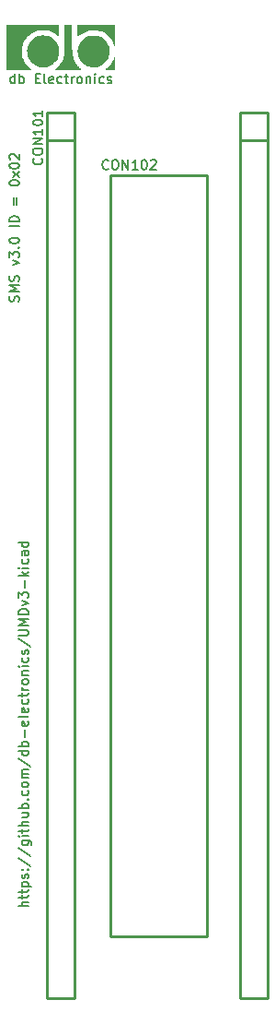
<source format=gto>
G04 #@! TF.GenerationSoftware,KiCad,Pcbnew,7.0.8*
G04 #@! TF.CreationDate,2023-12-20T13:31:54-05:00*
G04 #@! TF.ProjectId,sms-umd,736d732d-756d-4642-9e6b-696361645f70,3.0*
G04 #@! TF.SameCoordinates,PX7c25018PY8f85f18*
G04 #@! TF.FileFunction,Legend,Top*
G04 #@! TF.FilePolarity,Positive*
%FSLAX46Y46*%
G04 Gerber Fmt 4.6, Leading zero omitted, Abs format (unit mm)*
G04 Created by KiCad (PCBNEW 7.0.8) date 2023-12-20 13:31:54*
%MOMM*%
%LPD*%
G01*
G04 APERTURE LIST*
%ADD10C,0.203200*%
%ADD11C,0.010000*%
%ADD12C,0.254000*%
G04 APERTURE END LIST*
D10*
X1532467Y88423098D02*
X1532467Y89312098D01*
X1532467Y88465431D02*
X1447801Y88423098D01*
X1447801Y88423098D02*
X1278467Y88423098D01*
X1278467Y88423098D02*
X1193801Y88465431D01*
X1193801Y88465431D02*
X1151467Y88507765D01*
X1151467Y88507765D02*
X1109134Y88592431D01*
X1109134Y88592431D02*
X1109134Y88846431D01*
X1109134Y88846431D02*
X1151467Y88931098D01*
X1151467Y88931098D02*
X1193801Y88973431D01*
X1193801Y88973431D02*
X1278467Y89015765D01*
X1278467Y89015765D02*
X1447801Y89015765D01*
X1447801Y89015765D02*
X1532467Y88973431D01*
X1955800Y88423098D02*
X1955800Y89312098D01*
X1955800Y88973431D02*
X2040467Y89015765D01*
X2040467Y89015765D02*
X2209800Y89015765D01*
X2209800Y89015765D02*
X2294467Y88973431D01*
X2294467Y88973431D02*
X2336800Y88931098D01*
X2336800Y88931098D02*
X2379134Y88846431D01*
X2379134Y88846431D02*
X2379134Y88592431D01*
X2379134Y88592431D02*
X2336800Y88507765D01*
X2336800Y88507765D02*
X2294467Y88465431D01*
X2294467Y88465431D02*
X2209800Y88423098D01*
X2209800Y88423098D02*
X2040467Y88423098D01*
X2040467Y88423098D02*
X1955800Y88465431D01*
X3437466Y88888765D02*
X3733800Y88888765D01*
X3860800Y88423098D02*
X3437466Y88423098D01*
X3437466Y88423098D02*
X3437466Y89312098D01*
X3437466Y89312098D02*
X3860800Y89312098D01*
X4368799Y88423098D02*
X4284133Y88465431D01*
X4284133Y88465431D02*
X4241799Y88550098D01*
X4241799Y88550098D02*
X4241799Y89312098D01*
X5046133Y88465431D02*
X4961466Y88423098D01*
X4961466Y88423098D02*
X4792133Y88423098D01*
X4792133Y88423098D02*
X4707466Y88465431D01*
X4707466Y88465431D02*
X4665133Y88550098D01*
X4665133Y88550098D02*
X4665133Y88888765D01*
X4665133Y88888765D02*
X4707466Y88973431D01*
X4707466Y88973431D02*
X4792133Y89015765D01*
X4792133Y89015765D02*
X4961466Y89015765D01*
X4961466Y89015765D02*
X5046133Y88973431D01*
X5046133Y88973431D02*
X5088466Y88888765D01*
X5088466Y88888765D02*
X5088466Y88804098D01*
X5088466Y88804098D02*
X4665133Y88719431D01*
X5850466Y88465431D02*
X5765800Y88423098D01*
X5765800Y88423098D02*
X5596466Y88423098D01*
X5596466Y88423098D02*
X5511800Y88465431D01*
X5511800Y88465431D02*
X5469466Y88507765D01*
X5469466Y88507765D02*
X5427133Y88592431D01*
X5427133Y88592431D02*
X5427133Y88846431D01*
X5427133Y88846431D02*
X5469466Y88931098D01*
X5469466Y88931098D02*
X5511800Y88973431D01*
X5511800Y88973431D02*
X5596466Y89015765D01*
X5596466Y89015765D02*
X5765800Y89015765D01*
X5765800Y89015765D02*
X5850466Y88973431D01*
X6104466Y89015765D02*
X6443133Y89015765D01*
X6231466Y89312098D02*
X6231466Y88550098D01*
X6231466Y88550098D02*
X6273800Y88465431D01*
X6273800Y88465431D02*
X6358466Y88423098D01*
X6358466Y88423098D02*
X6443133Y88423098D01*
X6739466Y88423098D02*
X6739466Y89015765D01*
X6739466Y88846431D02*
X6781800Y88931098D01*
X6781800Y88931098D02*
X6824133Y88973431D01*
X6824133Y88973431D02*
X6908800Y89015765D01*
X6908800Y89015765D02*
X6993466Y89015765D01*
X7416799Y88423098D02*
X7332133Y88465431D01*
X7332133Y88465431D02*
X7289799Y88507765D01*
X7289799Y88507765D02*
X7247466Y88592431D01*
X7247466Y88592431D02*
X7247466Y88846431D01*
X7247466Y88846431D02*
X7289799Y88931098D01*
X7289799Y88931098D02*
X7332133Y88973431D01*
X7332133Y88973431D02*
X7416799Y89015765D01*
X7416799Y89015765D02*
X7543799Y89015765D01*
X7543799Y89015765D02*
X7628466Y88973431D01*
X7628466Y88973431D02*
X7670799Y88931098D01*
X7670799Y88931098D02*
X7713133Y88846431D01*
X7713133Y88846431D02*
X7713133Y88592431D01*
X7713133Y88592431D02*
X7670799Y88507765D01*
X7670799Y88507765D02*
X7628466Y88465431D01*
X7628466Y88465431D02*
X7543799Y88423098D01*
X7543799Y88423098D02*
X7416799Y88423098D01*
X8094132Y89015765D02*
X8094132Y88423098D01*
X8094132Y88931098D02*
X8136466Y88973431D01*
X8136466Y88973431D02*
X8221132Y89015765D01*
X8221132Y89015765D02*
X8348132Y89015765D01*
X8348132Y89015765D02*
X8432799Y88973431D01*
X8432799Y88973431D02*
X8475132Y88888765D01*
X8475132Y88888765D02*
X8475132Y88423098D01*
X8898465Y88423098D02*
X8898465Y89015765D01*
X8898465Y89312098D02*
X8856132Y89269765D01*
X8856132Y89269765D02*
X8898465Y89227431D01*
X8898465Y89227431D02*
X8940799Y89269765D01*
X8940799Y89269765D02*
X8898465Y89312098D01*
X8898465Y89312098D02*
X8898465Y89227431D01*
X9702798Y88465431D02*
X9618132Y88423098D01*
X9618132Y88423098D02*
X9448798Y88423098D01*
X9448798Y88423098D02*
X9364132Y88465431D01*
X9364132Y88465431D02*
X9321798Y88507765D01*
X9321798Y88507765D02*
X9279465Y88592431D01*
X9279465Y88592431D02*
X9279465Y88846431D01*
X9279465Y88846431D02*
X9321798Y88931098D01*
X9321798Y88931098D02*
X9364132Y88973431D01*
X9364132Y88973431D02*
X9448798Y89015765D01*
X9448798Y89015765D02*
X9618132Y89015765D01*
X9618132Y89015765D02*
X9702798Y88973431D01*
X10041465Y88465431D02*
X10126132Y88423098D01*
X10126132Y88423098D02*
X10295465Y88423098D01*
X10295465Y88423098D02*
X10380132Y88465431D01*
X10380132Y88465431D02*
X10422465Y88550098D01*
X10422465Y88550098D02*
X10422465Y88592431D01*
X10422465Y88592431D02*
X10380132Y88677098D01*
X10380132Y88677098D02*
X10295465Y88719431D01*
X10295465Y88719431D02*
X10168465Y88719431D01*
X10168465Y88719431D02*
X10083798Y88761765D01*
X10083798Y88761765D02*
X10041465Y88846431D01*
X10041465Y88846431D02*
X10041465Y88888765D01*
X10041465Y88888765D02*
X10083798Y88973431D01*
X10083798Y88973431D02*
X10168465Y89015765D01*
X10168465Y89015765D02*
X10295465Y89015765D01*
X10295465Y89015765D02*
X10380132Y88973431D01*
X1882369Y68410667D02*
X1924702Y68537667D01*
X1924702Y68537667D02*
X1924702Y68749333D01*
X1924702Y68749333D02*
X1882369Y68834000D01*
X1882369Y68834000D02*
X1840035Y68876333D01*
X1840035Y68876333D02*
X1755369Y68918667D01*
X1755369Y68918667D02*
X1670702Y68918667D01*
X1670702Y68918667D02*
X1586035Y68876333D01*
X1586035Y68876333D02*
X1543702Y68834000D01*
X1543702Y68834000D02*
X1501369Y68749333D01*
X1501369Y68749333D02*
X1459035Y68580000D01*
X1459035Y68580000D02*
X1416702Y68495333D01*
X1416702Y68495333D02*
X1374369Y68453000D01*
X1374369Y68453000D02*
X1289702Y68410667D01*
X1289702Y68410667D02*
X1205035Y68410667D01*
X1205035Y68410667D02*
X1120369Y68453000D01*
X1120369Y68453000D02*
X1078035Y68495333D01*
X1078035Y68495333D02*
X1035702Y68580000D01*
X1035702Y68580000D02*
X1035702Y68791667D01*
X1035702Y68791667D02*
X1078035Y68918667D01*
X1924702Y69299667D02*
X1035702Y69299667D01*
X1035702Y69299667D02*
X1670702Y69596000D01*
X1670702Y69596000D02*
X1035702Y69892334D01*
X1035702Y69892334D02*
X1924702Y69892334D01*
X1882369Y70273334D02*
X1924702Y70400334D01*
X1924702Y70400334D02*
X1924702Y70612000D01*
X1924702Y70612000D02*
X1882369Y70696667D01*
X1882369Y70696667D02*
X1840035Y70739000D01*
X1840035Y70739000D02*
X1755369Y70781334D01*
X1755369Y70781334D02*
X1670702Y70781334D01*
X1670702Y70781334D02*
X1586035Y70739000D01*
X1586035Y70739000D02*
X1543702Y70696667D01*
X1543702Y70696667D02*
X1501369Y70612000D01*
X1501369Y70612000D02*
X1459035Y70442667D01*
X1459035Y70442667D02*
X1416702Y70358000D01*
X1416702Y70358000D02*
X1374369Y70315667D01*
X1374369Y70315667D02*
X1289702Y70273334D01*
X1289702Y70273334D02*
X1205035Y70273334D01*
X1205035Y70273334D02*
X1120369Y70315667D01*
X1120369Y70315667D02*
X1078035Y70358000D01*
X1078035Y70358000D02*
X1035702Y70442667D01*
X1035702Y70442667D02*
X1035702Y70654334D01*
X1035702Y70654334D02*
X1078035Y70781334D01*
X1332035Y71755000D02*
X1924702Y71966667D01*
X1924702Y71966667D02*
X1332035Y72178334D01*
X1035702Y72432333D02*
X1035702Y72982667D01*
X1035702Y72982667D02*
X1374369Y72686333D01*
X1374369Y72686333D02*
X1374369Y72813333D01*
X1374369Y72813333D02*
X1416702Y72898000D01*
X1416702Y72898000D02*
X1459035Y72940333D01*
X1459035Y72940333D02*
X1543702Y72982667D01*
X1543702Y72982667D02*
X1755369Y72982667D01*
X1755369Y72982667D02*
X1840035Y72940333D01*
X1840035Y72940333D02*
X1882369Y72898000D01*
X1882369Y72898000D02*
X1924702Y72813333D01*
X1924702Y72813333D02*
X1924702Y72559333D01*
X1924702Y72559333D02*
X1882369Y72474667D01*
X1882369Y72474667D02*
X1840035Y72432333D01*
X1840035Y73363667D02*
X1882369Y73406000D01*
X1882369Y73406000D02*
X1924702Y73363667D01*
X1924702Y73363667D02*
X1882369Y73321334D01*
X1882369Y73321334D02*
X1840035Y73363667D01*
X1840035Y73363667D02*
X1924702Y73363667D01*
X1035702Y73956333D02*
X1035702Y74041000D01*
X1035702Y74041000D02*
X1078035Y74125667D01*
X1078035Y74125667D02*
X1120369Y74168000D01*
X1120369Y74168000D02*
X1205035Y74210333D01*
X1205035Y74210333D02*
X1374369Y74252667D01*
X1374369Y74252667D02*
X1586035Y74252667D01*
X1586035Y74252667D02*
X1755369Y74210333D01*
X1755369Y74210333D02*
X1840035Y74168000D01*
X1840035Y74168000D02*
X1882369Y74125667D01*
X1882369Y74125667D02*
X1924702Y74041000D01*
X1924702Y74041000D02*
X1924702Y73956333D01*
X1924702Y73956333D02*
X1882369Y73871667D01*
X1882369Y73871667D02*
X1840035Y73829333D01*
X1840035Y73829333D02*
X1755369Y73787000D01*
X1755369Y73787000D02*
X1586035Y73744667D01*
X1586035Y73744667D02*
X1374369Y73744667D01*
X1374369Y73744667D02*
X1205035Y73787000D01*
X1205035Y73787000D02*
X1120369Y73829333D01*
X1120369Y73829333D02*
X1078035Y73871667D01*
X1078035Y73871667D02*
X1035702Y73956333D01*
X1924702Y75311000D02*
X1035702Y75311000D01*
X1924702Y75734333D02*
X1035702Y75734333D01*
X1035702Y75734333D02*
X1035702Y75946000D01*
X1035702Y75946000D02*
X1078035Y76073000D01*
X1078035Y76073000D02*
X1162702Y76157666D01*
X1162702Y76157666D02*
X1247369Y76200000D01*
X1247369Y76200000D02*
X1416702Y76242333D01*
X1416702Y76242333D02*
X1543702Y76242333D01*
X1543702Y76242333D02*
X1713035Y76200000D01*
X1713035Y76200000D02*
X1797702Y76157666D01*
X1797702Y76157666D02*
X1882369Y76073000D01*
X1882369Y76073000D02*
X1924702Y75946000D01*
X1924702Y75946000D02*
X1924702Y75734333D01*
X1459035Y77300666D02*
X1459035Y77977999D01*
X1713035Y77977999D02*
X1713035Y77300666D01*
X1035702Y79247999D02*
X1035702Y79332666D01*
X1035702Y79332666D02*
X1078035Y79417333D01*
X1078035Y79417333D02*
X1120369Y79459666D01*
X1120369Y79459666D02*
X1205035Y79501999D01*
X1205035Y79501999D02*
X1374369Y79544333D01*
X1374369Y79544333D02*
X1586035Y79544333D01*
X1586035Y79544333D02*
X1755369Y79501999D01*
X1755369Y79501999D02*
X1840035Y79459666D01*
X1840035Y79459666D02*
X1882369Y79417333D01*
X1882369Y79417333D02*
X1924702Y79332666D01*
X1924702Y79332666D02*
X1924702Y79247999D01*
X1924702Y79247999D02*
X1882369Y79163333D01*
X1882369Y79163333D02*
X1840035Y79120999D01*
X1840035Y79120999D02*
X1755369Y79078666D01*
X1755369Y79078666D02*
X1586035Y79036333D01*
X1586035Y79036333D02*
X1374369Y79036333D01*
X1374369Y79036333D02*
X1205035Y79078666D01*
X1205035Y79078666D02*
X1120369Y79120999D01*
X1120369Y79120999D02*
X1078035Y79163333D01*
X1078035Y79163333D02*
X1035702Y79247999D01*
X1924702Y79840666D02*
X1332035Y80306333D01*
X1332035Y79840666D02*
X1924702Y80306333D01*
X1035702Y80814333D02*
X1035702Y80899000D01*
X1035702Y80899000D02*
X1078035Y80983667D01*
X1078035Y80983667D02*
X1120369Y81026000D01*
X1120369Y81026000D02*
X1205035Y81068333D01*
X1205035Y81068333D02*
X1374369Y81110667D01*
X1374369Y81110667D02*
X1586035Y81110667D01*
X1586035Y81110667D02*
X1755369Y81068333D01*
X1755369Y81068333D02*
X1840035Y81026000D01*
X1840035Y81026000D02*
X1882369Y80983667D01*
X1882369Y80983667D02*
X1924702Y80899000D01*
X1924702Y80899000D02*
X1924702Y80814333D01*
X1924702Y80814333D02*
X1882369Y80729667D01*
X1882369Y80729667D02*
X1840035Y80687333D01*
X1840035Y80687333D02*
X1755369Y80645000D01*
X1755369Y80645000D02*
X1586035Y80602667D01*
X1586035Y80602667D02*
X1374369Y80602667D01*
X1374369Y80602667D02*
X1205035Y80645000D01*
X1205035Y80645000D02*
X1120369Y80687333D01*
X1120369Y80687333D02*
X1078035Y80729667D01*
X1078035Y80729667D02*
X1035702Y80814333D01*
X1120369Y81449334D02*
X1078035Y81491667D01*
X1078035Y81491667D02*
X1035702Y81576334D01*
X1035702Y81576334D02*
X1035702Y81788000D01*
X1035702Y81788000D02*
X1078035Y81872667D01*
X1078035Y81872667D02*
X1120369Y81915000D01*
X1120369Y81915000D02*
X1205035Y81957334D01*
X1205035Y81957334D02*
X1289702Y81957334D01*
X1289702Y81957334D02*
X1416702Y81915000D01*
X1416702Y81915000D02*
X1924702Y81407000D01*
X1924702Y81407000D02*
X1924702Y81957334D01*
X2762902Y12915904D02*
X1873902Y12915904D01*
X2762902Y13296904D02*
X2297235Y13296904D01*
X2297235Y13296904D02*
X2212569Y13254571D01*
X2212569Y13254571D02*
X2170235Y13169904D01*
X2170235Y13169904D02*
X2170235Y13042904D01*
X2170235Y13042904D02*
X2212569Y12958237D01*
X2212569Y12958237D02*
X2254902Y12915904D01*
X2170235Y13593237D02*
X2170235Y13931904D01*
X1873902Y13720237D02*
X2635902Y13720237D01*
X2635902Y13720237D02*
X2720569Y13762570D01*
X2720569Y13762570D02*
X2762902Y13847237D01*
X2762902Y13847237D02*
X2762902Y13931904D01*
X2170235Y14101237D02*
X2170235Y14439904D01*
X1873902Y14228237D02*
X2635902Y14228237D01*
X2635902Y14228237D02*
X2720569Y14270570D01*
X2720569Y14270570D02*
X2762902Y14355237D01*
X2762902Y14355237D02*
X2762902Y14439904D01*
X2170235Y14736237D02*
X3059235Y14736237D01*
X2212569Y14736237D02*
X2170235Y14820904D01*
X2170235Y14820904D02*
X2170235Y14990237D01*
X2170235Y14990237D02*
X2212569Y15074904D01*
X2212569Y15074904D02*
X2254902Y15117237D01*
X2254902Y15117237D02*
X2339569Y15159570D01*
X2339569Y15159570D02*
X2593569Y15159570D01*
X2593569Y15159570D02*
X2678235Y15117237D01*
X2678235Y15117237D02*
X2720569Y15074904D01*
X2720569Y15074904D02*
X2762902Y14990237D01*
X2762902Y14990237D02*
X2762902Y14820904D01*
X2762902Y14820904D02*
X2720569Y14736237D01*
X2720569Y15498237D02*
X2762902Y15582903D01*
X2762902Y15582903D02*
X2762902Y15752237D01*
X2762902Y15752237D02*
X2720569Y15836903D01*
X2720569Y15836903D02*
X2635902Y15879237D01*
X2635902Y15879237D02*
X2593569Y15879237D01*
X2593569Y15879237D02*
X2508902Y15836903D01*
X2508902Y15836903D02*
X2466569Y15752237D01*
X2466569Y15752237D02*
X2466569Y15625237D01*
X2466569Y15625237D02*
X2424235Y15540570D01*
X2424235Y15540570D02*
X2339569Y15498237D01*
X2339569Y15498237D02*
X2297235Y15498237D01*
X2297235Y15498237D02*
X2212569Y15540570D01*
X2212569Y15540570D02*
X2170235Y15625237D01*
X2170235Y15625237D02*
X2170235Y15752237D01*
X2170235Y15752237D02*
X2212569Y15836903D01*
X2678235Y16260237D02*
X2720569Y16302570D01*
X2720569Y16302570D02*
X2762902Y16260237D01*
X2762902Y16260237D02*
X2720569Y16217904D01*
X2720569Y16217904D02*
X2678235Y16260237D01*
X2678235Y16260237D02*
X2762902Y16260237D01*
X2212569Y16260237D02*
X2254902Y16302570D01*
X2254902Y16302570D02*
X2297235Y16260237D01*
X2297235Y16260237D02*
X2254902Y16217904D01*
X2254902Y16217904D02*
X2212569Y16260237D01*
X2212569Y16260237D02*
X2297235Y16260237D01*
X1831569Y17318570D02*
X2974569Y16556570D01*
X1831569Y18249903D02*
X2974569Y17487903D01*
X2170235Y18927236D02*
X2889902Y18927236D01*
X2889902Y18927236D02*
X2974569Y18884903D01*
X2974569Y18884903D02*
X3016902Y18842569D01*
X3016902Y18842569D02*
X3059235Y18757903D01*
X3059235Y18757903D02*
X3059235Y18630903D01*
X3059235Y18630903D02*
X3016902Y18546236D01*
X2720569Y18927236D02*
X2762902Y18842569D01*
X2762902Y18842569D02*
X2762902Y18673236D01*
X2762902Y18673236D02*
X2720569Y18588569D01*
X2720569Y18588569D02*
X2678235Y18546236D01*
X2678235Y18546236D02*
X2593569Y18503903D01*
X2593569Y18503903D02*
X2339569Y18503903D01*
X2339569Y18503903D02*
X2254902Y18546236D01*
X2254902Y18546236D02*
X2212569Y18588569D01*
X2212569Y18588569D02*
X2170235Y18673236D01*
X2170235Y18673236D02*
X2170235Y18842569D01*
X2170235Y18842569D02*
X2212569Y18927236D01*
X2762902Y19350569D02*
X2170235Y19350569D01*
X1873902Y19350569D02*
X1916235Y19308236D01*
X1916235Y19308236D02*
X1958569Y19350569D01*
X1958569Y19350569D02*
X1916235Y19392902D01*
X1916235Y19392902D02*
X1873902Y19350569D01*
X1873902Y19350569D02*
X1958569Y19350569D01*
X2170235Y19646902D02*
X2170235Y19985569D01*
X1873902Y19773902D02*
X2635902Y19773902D01*
X2635902Y19773902D02*
X2720569Y19816235D01*
X2720569Y19816235D02*
X2762902Y19900902D01*
X2762902Y19900902D02*
X2762902Y19985569D01*
X2762902Y20281902D02*
X1873902Y20281902D01*
X2762902Y20662902D02*
X2297235Y20662902D01*
X2297235Y20662902D02*
X2212569Y20620569D01*
X2212569Y20620569D02*
X2170235Y20535902D01*
X2170235Y20535902D02*
X2170235Y20408902D01*
X2170235Y20408902D02*
X2212569Y20324235D01*
X2212569Y20324235D02*
X2254902Y20281902D01*
X2170235Y21467235D02*
X2762902Y21467235D01*
X2170235Y21086235D02*
X2635902Y21086235D01*
X2635902Y21086235D02*
X2720569Y21128568D01*
X2720569Y21128568D02*
X2762902Y21213235D01*
X2762902Y21213235D02*
X2762902Y21340235D01*
X2762902Y21340235D02*
X2720569Y21424902D01*
X2720569Y21424902D02*
X2678235Y21467235D01*
X2762902Y21890568D02*
X1873902Y21890568D01*
X2212569Y21890568D02*
X2170235Y21975235D01*
X2170235Y21975235D02*
X2170235Y22144568D01*
X2170235Y22144568D02*
X2212569Y22229235D01*
X2212569Y22229235D02*
X2254902Y22271568D01*
X2254902Y22271568D02*
X2339569Y22313901D01*
X2339569Y22313901D02*
X2593569Y22313901D01*
X2593569Y22313901D02*
X2678235Y22271568D01*
X2678235Y22271568D02*
X2720569Y22229235D01*
X2720569Y22229235D02*
X2762902Y22144568D01*
X2762902Y22144568D02*
X2762902Y21975235D01*
X2762902Y21975235D02*
X2720569Y21890568D01*
X2678235Y22694901D02*
X2720569Y22737234D01*
X2720569Y22737234D02*
X2762902Y22694901D01*
X2762902Y22694901D02*
X2720569Y22652568D01*
X2720569Y22652568D02*
X2678235Y22694901D01*
X2678235Y22694901D02*
X2762902Y22694901D01*
X2720569Y23499234D02*
X2762902Y23414567D01*
X2762902Y23414567D02*
X2762902Y23245234D01*
X2762902Y23245234D02*
X2720569Y23160567D01*
X2720569Y23160567D02*
X2678235Y23118234D01*
X2678235Y23118234D02*
X2593569Y23075901D01*
X2593569Y23075901D02*
X2339569Y23075901D01*
X2339569Y23075901D02*
X2254902Y23118234D01*
X2254902Y23118234D02*
X2212569Y23160567D01*
X2212569Y23160567D02*
X2170235Y23245234D01*
X2170235Y23245234D02*
X2170235Y23414567D01*
X2170235Y23414567D02*
X2212569Y23499234D01*
X2762902Y24007234D02*
X2720569Y23922567D01*
X2720569Y23922567D02*
X2678235Y23880234D01*
X2678235Y23880234D02*
X2593569Y23837901D01*
X2593569Y23837901D02*
X2339569Y23837901D01*
X2339569Y23837901D02*
X2254902Y23880234D01*
X2254902Y23880234D02*
X2212569Y23922567D01*
X2212569Y23922567D02*
X2170235Y24007234D01*
X2170235Y24007234D02*
X2170235Y24134234D01*
X2170235Y24134234D02*
X2212569Y24218901D01*
X2212569Y24218901D02*
X2254902Y24261234D01*
X2254902Y24261234D02*
X2339569Y24303567D01*
X2339569Y24303567D02*
X2593569Y24303567D01*
X2593569Y24303567D02*
X2678235Y24261234D01*
X2678235Y24261234D02*
X2720569Y24218901D01*
X2720569Y24218901D02*
X2762902Y24134234D01*
X2762902Y24134234D02*
X2762902Y24007234D01*
X2762902Y24684567D02*
X2170235Y24684567D01*
X2254902Y24684567D02*
X2212569Y24726900D01*
X2212569Y24726900D02*
X2170235Y24811567D01*
X2170235Y24811567D02*
X2170235Y24938567D01*
X2170235Y24938567D02*
X2212569Y25023234D01*
X2212569Y25023234D02*
X2297235Y25065567D01*
X2297235Y25065567D02*
X2762902Y25065567D01*
X2297235Y25065567D02*
X2212569Y25107900D01*
X2212569Y25107900D02*
X2170235Y25192567D01*
X2170235Y25192567D02*
X2170235Y25319567D01*
X2170235Y25319567D02*
X2212569Y25404234D01*
X2212569Y25404234D02*
X2297235Y25446567D01*
X2297235Y25446567D02*
X2762902Y25446567D01*
X1831569Y26504900D02*
X2974569Y25742900D01*
X2762902Y27182233D02*
X1873902Y27182233D01*
X2720569Y27182233D02*
X2762902Y27097566D01*
X2762902Y27097566D02*
X2762902Y26928233D01*
X2762902Y26928233D02*
X2720569Y26843566D01*
X2720569Y26843566D02*
X2678235Y26801233D01*
X2678235Y26801233D02*
X2593569Y26758900D01*
X2593569Y26758900D02*
X2339569Y26758900D01*
X2339569Y26758900D02*
X2254902Y26801233D01*
X2254902Y26801233D02*
X2212569Y26843566D01*
X2212569Y26843566D02*
X2170235Y26928233D01*
X2170235Y26928233D02*
X2170235Y27097566D01*
X2170235Y27097566D02*
X2212569Y27182233D01*
X2762902Y27605566D02*
X1873902Y27605566D01*
X2212569Y27605566D02*
X2170235Y27690233D01*
X2170235Y27690233D02*
X2170235Y27859566D01*
X2170235Y27859566D02*
X2212569Y27944233D01*
X2212569Y27944233D02*
X2254902Y27986566D01*
X2254902Y27986566D02*
X2339569Y28028899D01*
X2339569Y28028899D02*
X2593569Y28028899D01*
X2593569Y28028899D02*
X2678235Y27986566D01*
X2678235Y27986566D02*
X2720569Y27944233D01*
X2720569Y27944233D02*
X2762902Y27859566D01*
X2762902Y27859566D02*
X2762902Y27690233D01*
X2762902Y27690233D02*
X2720569Y27605566D01*
X2424235Y28409899D02*
X2424235Y29087232D01*
X2720569Y29849233D02*
X2762902Y29764566D01*
X2762902Y29764566D02*
X2762902Y29595233D01*
X2762902Y29595233D02*
X2720569Y29510566D01*
X2720569Y29510566D02*
X2635902Y29468233D01*
X2635902Y29468233D02*
X2297235Y29468233D01*
X2297235Y29468233D02*
X2212569Y29510566D01*
X2212569Y29510566D02*
X2170235Y29595233D01*
X2170235Y29595233D02*
X2170235Y29764566D01*
X2170235Y29764566D02*
X2212569Y29849233D01*
X2212569Y29849233D02*
X2297235Y29891566D01*
X2297235Y29891566D02*
X2381902Y29891566D01*
X2381902Y29891566D02*
X2466569Y29468233D01*
X2762902Y30399566D02*
X2720569Y30314899D01*
X2720569Y30314899D02*
X2635902Y30272566D01*
X2635902Y30272566D02*
X1873902Y30272566D01*
X2720569Y31076900D02*
X2762902Y30992233D01*
X2762902Y30992233D02*
X2762902Y30822900D01*
X2762902Y30822900D02*
X2720569Y30738233D01*
X2720569Y30738233D02*
X2635902Y30695900D01*
X2635902Y30695900D02*
X2297235Y30695900D01*
X2297235Y30695900D02*
X2212569Y30738233D01*
X2212569Y30738233D02*
X2170235Y30822900D01*
X2170235Y30822900D02*
X2170235Y30992233D01*
X2170235Y30992233D02*
X2212569Y31076900D01*
X2212569Y31076900D02*
X2297235Y31119233D01*
X2297235Y31119233D02*
X2381902Y31119233D01*
X2381902Y31119233D02*
X2466569Y30695900D01*
X2720569Y31881233D02*
X2762902Y31796566D01*
X2762902Y31796566D02*
X2762902Y31627233D01*
X2762902Y31627233D02*
X2720569Y31542566D01*
X2720569Y31542566D02*
X2678235Y31500233D01*
X2678235Y31500233D02*
X2593569Y31457900D01*
X2593569Y31457900D02*
X2339569Y31457900D01*
X2339569Y31457900D02*
X2254902Y31500233D01*
X2254902Y31500233D02*
X2212569Y31542566D01*
X2212569Y31542566D02*
X2170235Y31627233D01*
X2170235Y31627233D02*
X2170235Y31796566D01*
X2170235Y31796566D02*
X2212569Y31881233D01*
X2170235Y32135233D02*
X2170235Y32473900D01*
X1873902Y32262233D02*
X2635902Y32262233D01*
X2635902Y32262233D02*
X2720569Y32304566D01*
X2720569Y32304566D02*
X2762902Y32389233D01*
X2762902Y32389233D02*
X2762902Y32473900D01*
X2762902Y32770233D02*
X2170235Y32770233D01*
X2339569Y32770233D02*
X2254902Y32812566D01*
X2254902Y32812566D02*
X2212569Y32854900D01*
X2212569Y32854900D02*
X2170235Y32939566D01*
X2170235Y32939566D02*
X2170235Y33024233D01*
X2762902Y33447566D02*
X2720569Y33362899D01*
X2720569Y33362899D02*
X2678235Y33320566D01*
X2678235Y33320566D02*
X2593569Y33278233D01*
X2593569Y33278233D02*
X2339569Y33278233D01*
X2339569Y33278233D02*
X2254902Y33320566D01*
X2254902Y33320566D02*
X2212569Y33362899D01*
X2212569Y33362899D02*
X2170235Y33447566D01*
X2170235Y33447566D02*
X2170235Y33574566D01*
X2170235Y33574566D02*
X2212569Y33659233D01*
X2212569Y33659233D02*
X2254902Y33701566D01*
X2254902Y33701566D02*
X2339569Y33743899D01*
X2339569Y33743899D02*
X2593569Y33743899D01*
X2593569Y33743899D02*
X2678235Y33701566D01*
X2678235Y33701566D02*
X2720569Y33659233D01*
X2720569Y33659233D02*
X2762902Y33574566D01*
X2762902Y33574566D02*
X2762902Y33447566D01*
X2170235Y34124899D02*
X2762902Y34124899D01*
X2254902Y34124899D02*
X2212569Y34167232D01*
X2212569Y34167232D02*
X2170235Y34251899D01*
X2170235Y34251899D02*
X2170235Y34378899D01*
X2170235Y34378899D02*
X2212569Y34463566D01*
X2212569Y34463566D02*
X2297235Y34505899D01*
X2297235Y34505899D02*
X2762902Y34505899D01*
X2762902Y34929232D02*
X2170235Y34929232D01*
X1873902Y34929232D02*
X1916235Y34886899D01*
X1916235Y34886899D02*
X1958569Y34929232D01*
X1958569Y34929232D02*
X1916235Y34971565D01*
X1916235Y34971565D02*
X1873902Y34929232D01*
X1873902Y34929232D02*
X1958569Y34929232D01*
X2720569Y35733565D02*
X2762902Y35648898D01*
X2762902Y35648898D02*
X2762902Y35479565D01*
X2762902Y35479565D02*
X2720569Y35394898D01*
X2720569Y35394898D02*
X2678235Y35352565D01*
X2678235Y35352565D02*
X2593569Y35310232D01*
X2593569Y35310232D02*
X2339569Y35310232D01*
X2339569Y35310232D02*
X2254902Y35352565D01*
X2254902Y35352565D02*
X2212569Y35394898D01*
X2212569Y35394898D02*
X2170235Y35479565D01*
X2170235Y35479565D02*
X2170235Y35648898D01*
X2170235Y35648898D02*
X2212569Y35733565D01*
X2720569Y36072232D02*
X2762902Y36156898D01*
X2762902Y36156898D02*
X2762902Y36326232D01*
X2762902Y36326232D02*
X2720569Y36410898D01*
X2720569Y36410898D02*
X2635902Y36453232D01*
X2635902Y36453232D02*
X2593569Y36453232D01*
X2593569Y36453232D02*
X2508902Y36410898D01*
X2508902Y36410898D02*
X2466569Y36326232D01*
X2466569Y36326232D02*
X2466569Y36199232D01*
X2466569Y36199232D02*
X2424235Y36114565D01*
X2424235Y36114565D02*
X2339569Y36072232D01*
X2339569Y36072232D02*
X2297235Y36072232D01*
X2297235Y36072232D02*
X2212569Y36114565D01*
X2212569Y36114565D02*
X2170235Y36199232D01*
X2170235Y36199232D02*
X2170235Y36326232D01*
X2170235Y36326232D02*
X2212569Y36410898D01*
X1831569Y37469232D02*
X2974569Y36707232D01*
X1873902Y37765565D02*
X2593569Y37765565D01*
X2593569Y37765565D02*
X2678235Y37807898D01*
X2678235Y37807898D02*
X2720569Y37850232D01*
X2720569Y37850232D02*
X2762902Y37934898D01*
X2762902Y37934898D02*
X2762902Y38104232D01*
X2762902Y38104232D02*
X2720569Y38188898D01*
X2720569Y38188898D02*
X2678235Y38231232D01*
X2678235Y38231232D02*
X2593569Y38273565D01*
X2593569Y38273565D02*
X1873902Y38273565D01*
X2762902Y38696898D02*
X1873902Y38696898D01*
X1873902Y38696898D02*
X2508902Y38993231D01*
X2508902Y38993231D02*
X1873902Y39289565D01*
X1873902Y39289565D02*
X2762902Y39289565D01*
X2762902Y39712898D02*
X1873902Y39712898D01*
X1873902Y39712898D02*
X1873902Y39924565D01*
X1873902Y39924565D02*
X1916235Y40051565D01*
X1916235Y40051565D02*
X2000902Y40136231D01*
X2000902Y40136231D02*
X2085569Y40178565D01*
X2085569Y40178565D02*
X2254902Y40220898D01*
X2254902Y40220898D02*
X2381902Y40220898D01*
X2381902Y40220898D02*
X2551235Y40178565D01*
X2551235Y40178565D02*
X2635902Y40136231D01*
X2635902Y40136231D02*
X2720569Y40051565D01*
X2720569Y40051565D02*
X2762902Y39924565D01*
X2762902Y39924565D02*
X2762902Y39712898D01*
X2170235Y40517231D02*
X2762902Y40728898D01*
X2762902Y40728898D02*
X2170235Y40940565D01*
X1873902Y41194564D02*
X1873902Y41744898D01*
X1873902Y41744898D02*
X2212569Y41448564D01*
X2212569Y41448564D02*
X2212569Y41575564D01*
X2212569Y41575564D02*
X2254902Y41660231D01*
X2254902Y41660231D02*
X2297235Y41702564D01*
X2297235Y41702564D02*
X2381902Y41744898D01*
X2381902Y41744898D02*
X2593569Y41744898D01*
X2593569Y41744898D02*
X2678235Y41702564D01*
X2678235Y41702564D02*
X2720569Y41660231D01*
X2720569Y41660231D02*
X2762902Y41575564D01*
X2762902Y41575564D02*
X2762902Y41321564D01*
X2762902Y41321564D02*
X2720569Y41236898D01*
X2720569Y41236898D02*
X2678235Y41194564D01*
X2424235Y42125898D02*
X2424235Y42803231D01*
X2762902Y43226565D02*
X1873902Y43226565D01*
X2424235Y43311232D02*
X2762902Y43565232D01*
X2170235Y43565232D02*
X2508902Y43226565D01*
X2762902Y43946232D02*
X2170235Y43946232D01*
X1873902Y43946232D02*
X1916235Y43903899D01*
X1916235Y43903899D02*
X1958569Y43946232D01*
X1958569Y43946232D02*
X1916235Y43988565D01*
X1916235Y43988565D02*
X1873902Y43946232D01*
X1873902Y43946232D02*
X1958569Y43946232D01*
X2720569Y44750565D02*
X2762902Y44665898D01*
X2762902Y44665898D02*
X2762902Y44496565D01*
X2762902Y44496565D02*
X2720569Y44411898D01*
X2720569Y44411898D02*
X2678235Y44369565D01*
X2678235Y44369565D02*
X2593569Y44327232D01*
X2593569Y44327232D02*
X2339569Y44327232D01*
X2339569Y44327232D02*
X2254902Y44369565D01*
X2254902Y44369565D02*
X2212569Y44411898D01*
X2212569Y44411898D02*
X2170235Y44496565D01*
X2170235Y44496565D02*
X2170235Y44665898D01*
X2170235Y44665898D02*
X2212569Y44750565D01*
X2762902Y45512565D02*
X2297235Y45512565D01*
X2297235Y45512565D02*
X2212569Y45470232D01*
X2212569Y45470232D02*
X2170235Y45385565D01*
X2170235Y45385565D02*
X2170235Y45216232D01*
X2170235Y45216232D02*
X2212569Y45131565D01*
X2720569Y45512565D02*
X2762902Y45427898D01*
X2762902Y45427898D02*
X2762902Y45216232D01*
X2762902Y45216232D02*
X2720569Y45131565D01*
X2720569Y45131565D02*
X2635902Y45089232D01*
X2635902Y45089232D02*
X2551235Y45089232D01*
X2551235Y45089232D02*
X2466569Y45131565D01*
X2466569Y45131565D02*
X2424235Y45216232D01*
X2424235Y45216232D02*
X2424235Y45427898D01*
X2424235Y45427898D02*
X2381902Y45512565D01*
X2762902Y46316898D02*
X1873902Y46316898D01*
X2720569Y46316898D02*
X2762902Y46232231D01*
X2762902Y46232231D02*
X2762902Y46062898D01*
X2762902Y46062898D02*
X2720569Y45978231D01*
X2720569Y45978231D02*
X2678235Y45935898D01*
X2678235Y45935898D02*
X2593569Y45893565D01*
X2593569Y45893565D02*
X2339569Y45893565D01*
X2339569Y45893565D02*
X2254902Y45935898D01*
X2254902Y45935898D02*
X2212569Y45978231D01*
X2212569Y45978231D02*
X2170235Y46062898D01*
X2170235Y46062898D02*
X2170235Y46232231D01*
X2170235Y46232231D02*
X2212569Y46316898D01*
X10138833Y80582965D02*
X10096500Y80540631D01*
X10096500Y80540631D02*
X9969500Y80498298D01*
X9969500Y80498298D02*
X9884833Y80498298D01*
X9884833Y80498298D02*
X9757833Y80540631D01*
X9757833Y80540631D02*
X9673167Y80625298D01*
X9673167Y80625298D02*
X9630833Y80709965D01*
X9630833Y80709965D02*
X9588500Y80879298D01*
X9588500Y80879298D02*
X9588500Y81006298D01*
X9588500Y81006298D02*
X9630833Y81175631D01*
X9630833Y81175631D02*
X9673167Y81260298D01*
X9673167Y81260298D02*
X9757833Y81344965D01*
X9757833Y81344965D02*
X9884833Y81387298D01*
X9884833Y81387298D02*
X9969500Y81387298D01*
X9969500Y81387298D02*
X10096500Y81344965D01*
X10096500Y81344965D02*
X10138833Y81302631D01*
X10689167Y81387298D02*
X10858500Y81387298D01*
X10858500Y81387298D02*
X10943167Y81344965D01*
X10943167Y81344965D02*
X11027833Y81260298D01*
X11027833Y81260298D02*
X11070167Y81090965D01*
X11070167Y81090965D02*
X11070167Y80794631D01*
X11070167Y80794631D02*
X11027833Y80625298D01*
X11027833Y80625298D02*
X10943167Y80540631D01*
X10943167Y80540631D02*
X10858500Y80498298D01*
X10858500Y80498298D02*
X10689167Y80498298D01*
X10689167Y80498298D02*
X10604500Y80540631D01*
X10604500Y80540631D02*
X10519833Y80625298D01*
X10519833Y80625298D02*
X10477500Y80794631D01*
X10477500Y80794631D02*
X10477500Y81090965D01*
X10477500Y81090965D02*
X10519833Y81260298D01*
X10519833Y81260298D02*
X10604500Y81344965D01*
X10604500Y81344965D02*
X10689167Y81387298D01*
X11451166Y80498298D02*
X11451166Y81387298D01*
X11451166Y81387298D02*
X11959166Y80498298D01*
X11959166Y80498298D02*
X11959166Y81387298D01*
X12848166Y80498298D02*
X12340166Y80498298D01*
X12594166Y80498298D02*
X12594166Y81387298D01*
X12594166Y81387298D02*
X12509499Y81260298D01*
X12509499Y81260298D02*
X12424833Y81175631D01*
X12424833Y81175631D02*
X12340166Y81133298D01*
X13398500Y81387298D02*
X13483166Y81387298D01*
X13483166Y81387298D02*
X13567833Y81344965D01*
X13567833Y81344965D02*
X13610166Y81302631D01*
X13610166Y81302631D02*
X13652500Y81217965D01*
X13652500Y81217965D02*
X13694833Y81048631D01*
X13694833Y81048631D02*
X13694833Y80836965D01*
X13694833Y80836965D02*
X13652500Y80667631D01*
X13652500Y80667631D02*
X13610166Y80582965D01*
X13610166Y80582965D02*
X13567833Y80540631D01*
X13567833Y80540631D02*
X13483166Y80498298D01*
X13483166Y80498298D02*
X13398500Y80498298D01*
X13398500Y80498298D02*
X13313833Y80540631D01*
X13313833Y80540631D02*
X13271500Y80582965D01*
X13271500Y80582965D02*
X13229166Y80667631D01*
X13229166Y80667631D02*
X13186833Y80836965D01*
X13186833Y80836965D02*
X13186833Y81048631D01*
X13186833Y81048631D02*
X13229166Y81217965D01*
X13229166Y81217965D02*
X13271500Y81302631D01*
X13271500Y81302631D02*
X13313833Y81344965D01*
X13313833Y81344965D02*
X13398500Y81387298D01*
X14033500Y81302631D02*
X14075833Y81344965D01*
X14075833Y81344965D02*
X14160500Y81387298D01*
X14160500Y81387298D02*
X14372167Y81387298D01*
X14372167Y81387298D02*
X14456833Y81344965D01*
X14456833Y81344965D02*
X14499167Y81302631D01*
X14499167Y81302631D02*
X14541500Y81217965D01*
X14541500Y81217965D02*
X14541500Y81133298D01*
X14541500Y81133298D02*
X14499167Y81006298D01*
X14499167Y81006298D02*
X13991167Y80498298D01*
X13991167Y80498298D02*
X14541500Y80498298D01*
X3999035Y81512834D02*
X4041369Y81470501D01*
X4041369Y81470501D02*
X4083702Y81343501D01*
X4083702Y81343501D02*
X4083702Y81258834D01*
X4083702Y81258834D02*
X4041369Y81131834D01*
X4041369Y81131834D02*
X3956702Y81047167D01*
X3956702Y81047167D02*
X3872035Y81004834D01*
X3872035Y81004834D02*
X3702702Y80962501D01*
X3702702Y80962501D02*
X3575702Y80962501D01*
X3575702Y80962501D02*
X3406369Y81004834D01*
X3406369Y81004834D02*
X3321702Y81047167D01*
X3321702Y81047167D02*
X3237035Y81131834D01*
X3237035Y81131834D02*
X3194702Y81258834D01*
X3194702Y81258834D02*
X3194702Y81343501D01*
X3194702Y81343501D02*
X3237035Y81470501D01*
X3237035Y81470501D02*
X3279369Y81512834D01*
X3194702Y82063167D02*
X3194702Y82232501D01*
X3194702Y82232501D02*
X3237035Y82317167D01*
X3237035Y82317167D02*
X3321702Y82401834D01*
X3321702Y82401834D02*
X3491035Y82444167D01*
X3491035Y82444167D02*
X3787369Y82444167D01*
X3787369Y82444167D02*
X3956702Y82401834D01*
X3956702Y82401834D02*
X4041369Y82317167D01*
X4041369Y82317167D02*
X4083702Y82232501D01*
X4083702Y82232501D02*
X4083702Y82063167D01*
X4083702Y82063167D02*
X4041369Y81978501D01*
X4041369Y81978501D02*
X3956702Y81893834D01*
X3956702Y81893834D02*
X3787369Y81851501D01*
X3787369Y81851501D02*
X3491035Y81851501D01*
X3491035Y81851501D02*
X3321702Y81893834D01*
X3321702Y81893834D02*
X3237035Y81978501D01*
X3237035Y81978501D02*
X3194702Y82063167D01*
X4083702Y82825167D02*
X3194702Y82825167D01*
X3194702Y82825167D02*
X4083702Y83333167D01*
X4083702Y83333167D02*
X3194702Y83333167D01*
X4083702Y84222167D02*
X4083702Y83714167D01*
X4083702Y83968167D02*
X3194702Y83968167D01*
X3194702Y83968167D02*
X3321702Y83883500D01*
X3321702Y83883500D02*
X3406369Y83798833D01*
X3406369Y83798833D02*
X3448702Y83714167D01*
X3194702Y84772500D02*
X3194702Y84857167D01*
X3194702Y84857167D02*
X3237035Y84941834D01*
X3237035Y84941834D02*
X3279369Y84984167D01*
X3279369Y84984167D02*
X3364035Y85026500D01*
X3364035Y85026500D02*
X3533369Y85068834D01*
X3533369Y85068834D02*
X3745035Y85068834D01*
X3745035Y85068834D02*
X3914369Y85026500D01*
X3914369Y85026500D02*
X3999035Y84984167D01*
X3999035Y84984167D02*
X4041369Y84941834D01*
X4041369Y84941834D02*
X4083702Y84857167D01*
X4083702Y84857167D02*
X4083702Y84772500D01*
X4083702Y84772500D02*
X4041369Y84687834D01*
X4041369Y84687834D02*
X3999035Y84645500D01*
X3999035Y84645500D02*
X3914369Y84603167D01*
X3914369Y84603167D02*
X3745035Y84560834D01*
X3745035Y84560834D02*
X3533369Y84560834D01*
X3533369Y84560834D02*
X3364035Y84603167D01*
X3364035Y84603167D02*
X3279369Y84645500D01*
X3279369Y84645500D02*
X3237035Y84687834D01*
X3237035Y84687834D02*
X3194702Y84772500D01*
X4083702Y85915501D02*
X4083702Y85407501D01*
X4083702Y85661501D02*
X3194702Y85661501D01*
X3194702Y85661501D02*
X3321702Y85576834D01*
X3321702Y85576834D02*
X3406369Y85492167D01*
X3406369Y85492167D02*
X3448702Y85407501D01*
D11*
X10666868Y90796625D02*
X10668446Y90765372D01*
X10669877Y90715900D01*
X10671128Y90650389D01*
X10672164Y90571019D01*
X10672951Y90479969D01*
X10673456Y90379420D01*
X10673643Y90271550D01*
X10673644Y90265956D01*
X10673644Y89724089D01*
X10278533Y89724089D01*
X10186625Y89724194D01*
X10102289Y89724492D01*
X10028080Y89724960D01*
X9966552Y89725571D01*
X9920260Y89726302D01*
X9891758Y89727127D01*
X9883422Y89727907D01*
X9891758Y89735957D01*
X9914264Y89754667D01*
X9947182Y89780969D01*
X9974899Y89802633D01*
X10111967Y89920852D01*
X10240394Y90055218D01*
X10357526Y90202031D01*
X10460711Y90357590D01*
X10547295Y90518194D01*
X10614627Y90680141D01*
X10624351Y90708703D01*
X10639375Y90751827D01*
X10652696Y90785429D01*
X10662328Y90804709D01*
X10665177Y90807481D01*
X10666868Y90796625D01*
G36*
X10666868Y90796625D02*
G01*
X10668446Y90765372D01*
X10669877Y90715900D01*
X10671128Y90650389D01*
X10672164Y90571019D01*
X10672951Y90479969D01*
X10673456Y90379420D01*
X10673643Y90271550D01*
X10673644Y90265956D01*
X10673644Y89724089D01*
X10278533Y89724089D01*
X10186625Y89724194D01*
X10102289Y89724492D01*
X10028080Y89724960D01*
X9966552Y89725571D01*
X9920260Y89726302D01*
X9891758Y89727127D01*
X9883422Y89727907D01*
X9891758Y89735957D01*
X9914264Y89754667D01*
X9947182Y89780969D01*
X9974899Y89802633D01*
X10111967Y89920852D01*
X10240394Y90055218D01*
X10357526Y90202031D01*
X10460711Y90357590D01*
X10547295Y90518194D01*
X10614627Y90680141D01*
X10624351Y90708703D01*
X10639375Y90751827D01*
X10652696Y90785429D01*
X10662328Y90804709D01*
X10665177Y90807481D01*
X10666868Y90796625D01*
G37*
X3135488Y93796582D02*
X5508977Y93793733D01*
X5511918Y93299844D01*
X5512387Y93196699D01*
X5512544Y93100855D01*
X5512403Y93014599D01*
X5511983Y92940213D01*
X5511301Y92879984D01*
X5510372Y92836197D01*
X5509214Y92811135D01*
X5508296Y92805956D01*
X5497560Y92813004D01*
X5474214Y92831909D01*
X5442328Y92859310D01*
X5423661Y92875855D01*
X5278123Y92992972D01*
X5116831Y93099045D01*
X4944887Y93191347D01*
X4767390Y93267151D01*
X4589442Y93323729D01*
X4582920Y93325417D01*
X4441307Y93355109D01*
X4288933Y93375208D01*
X4132688Y93385357D01*
X3979460Y93385201D01*
X3836140Y93374384D01*
X3781777Y93366774D01*
X3571074Y93321766D01*
X3369611Y93256997D01*
X3178465Y93173443D01*
X2998714Y93072081D01*
X2831436Y92953890D01*
X2677708Y92819846D01*
X2538609Y92670927D01*
X2415215Y92508109D01*
X2308606Y92332371D01*
X2219858Y92144689D01*
X2150049Y91946041D01*
X2128688Y91867787D01*
X2105493Y91767155D01*
X2089001Y91673319D01*
X2078573Y91579724D01*
X2073570Y91479810D01*
X2073350Y91367022D01*
X2074562Y91313099D01*
X2084657Y91142003D01*
X2105729Y90985576D01*
X2139224Y90838021D01*
X2186588Y90693539D01*
X2249266Y90546332D01*
X2282942Y90477479D01*
X2383397Y90299584D01*
X2496797Y90138072D01*
X2625755Y89989753D01*
X2772884Y89851434D01*
X2842717Y89793977D01*
X2930945Y89724089D01*
X762000Y89724089D01*
X762000Y93799431D01*
X3135488Y93796582D01*
G36*
X3135488Y93796582D02*
G01*
X5508977Y93793733D01*
X5511918Y93299844D01*
X5512387Y93196699D01*
X5512544Y93100855D01*
X5512403Y93014599D01*
X5511983Y92940213D01*
X5511301Y92879984D01*
X5510372Y92836197D01*
X5509214Y92811135D01*
X5508296Y92805956D01*
X5497560Y92813004D01*
X5474214Y92831909D01*
X5442328Y92859310D01*
X5423661Y92875855D01*
X5278123Y92992972D01*
X5116831Y93099045D01*
X4944887Y93191347D01*
X4767390Y93267151D01*
X4589442Y93323729D01*
X4582920Y93325417D01*
X4441307Y93355109D01*
X4288933Y93375208D01*
X4132688Y93385357D01*
X3979460Y93385201D01*
X3836140Y93374384D01*
X3781777Y93366774D01*
X3571074Y93321766D01*
X3369611Y93256997D01*
X3178465Y93173443D01*
X2998714Y93072081D01*
X2831436Y92953890D01*
X2677708Y92819846D01*
X2538609Y92670927D01*
X2415215Y92508109D01*
X2308606Y92332371D01*
X2219858Y92144689D01*
X2150049Y91946041D01*
X2128688Y91867787D01*
X2105493Y91767155D01*
X2089001Y91673319D01*
X2078573Y91579724D01*
X2073570Y91479810D01*
X2073350Y91367022D01*
X2074562Y91313099D01*
X2084657Y91142003D01*
X2105729Y90985576D01*
X2139224Y90838021D01*
X2186588Y90693539D01*
X2249266Y90546332D01*
X2282942Y90477479D01*
X2383397Y90299584D01*
X2496797Y90138072D01*
X2625755Y89989753D01*
X2772884Y89851434D01*
X2842717Y89793977D01*
X2930945Y89724089D01*
X762000Y89724089D01*
X762000Y93799431D01*
X3135488Y93796582D01*
G37*
X10673644Y92873689D02*
X10673573Y92731306D01*
X10673366Y92595610D01*
X10673034Y92468269D01*
X10672589Y92350953D01*
X10672040Y92245329D01*
X10671400Y92153069D01*
X10670678Y92075839D01*
X10669885Y92015310D01*
X10669032Y91973151D01*
X10668131Y91951030D01*
X10667645Y91948000D01*
X10659003Y91956786D01*
X10656685Y91962111D01*
X10629966Y92037393D01*
X10608546Y92095874D01*
X10590629Y92142190D01*
X10574422Y92180976D01*
X10558131Y92216866D01*
X10557794Y92217582D01*
X10460468Y92400301D01*
X10346497Y92571703D01*
X10217970Y92729034D01*
X10076976Y92869542D01*
X10035822Y92905265D01*
X9865457Y93035201D01*
X9687618Y93144361D01*
X9501244Y93233179D01*
X9305272Y93302091D01*
X9098642Y93351533D01*
X8880291Y93381939D01*
X8871676Y93382731D01*
X8684947Y93388888D01*
X8493558Y93374868D01*
X8300930Y93341576D01*
X8110482Y93289919D01*
X7925635Y93220803D01*
X7749808Y93135132D01*
X7606659Y93047715D01*
X7555019Y93011363D01*
X7499089Y92969666D01*
X7443972Y92926653D01*
X7394773Y92886351D01*
X7356595Y92852788D01*
X7343422Y92839986D01*
X7332706Y92828815D01*
X7323832Y92820551D01*
X7316627Y92816965D01*
X7310917Y92819828D01*
X7306529Y92830910D01*
X7303290Y92851984D01*
X7301026Y92884821D01*
X7299563Y92931191D01*
X7298730Y92992866D01*
X7298351Y93071616D01*
X7298254Y93169214D01*
X7298266Y93287430D01*
X7298266Y93799378D01*
X10673644Y93799378D01*
X10673644Y92873689D01*
G36*
X10673644Y92873689D02*
G01*
X10673573Y92731306D01*
X10673366Y92595610D01*
X10673034Y92468269D01*
X10672589Y92350953D01*
X10672040Y92245329D01*
X10671400Y92153069D01*
X10670678Y92075839D01*
X10669885Y92015310D01*
X10669032Y91973151D01*
X10668131Y91951030D01*
X10667645Y91948000D01*
X10659003Y91956786D01*
X10656685Y91962111D01*
X10629966Y92037393D01*
X10608546Y92095874D01*
X10590629Y92142190D01*
X10574422Y92180976D01*
X10558131Y92216866D01*
X10557794Y92217582D01*
X10460468Y92400301D01*
X10346497Y92571703D01*
X10217970Y92729034D01*
X10076976Y92869542D01*
X10035822Y92905265D01*
X9865457Y93035201D01*
X9687618Y93144361D01*
X9501244Y93233179D01*
X9305272Y93302091D01*
X9098642Y93351533D01*
X8880291Y93381939D01*
X8871676Y93382731D01*
X8684947Y93388888D01*
X8493558Y93374868D01*
X8300930Y93341576D01*
X8110482Y93289919D01*
X7925635Y93220803D01*
X7749808Y93135132D01*
X7606659Y93047715D01*
X7555019Y93011363D01*
X7499089Y92969666D01*
X7443972Y92926653D01*
X7394773Y92886351D01*
X7356595Y92852788D01*
X7343422Y92839986D01*
X7332706Y92828815D01*
X7323832Y92820551D01*
X7316627Y92816965D01*
X7310917Y92819828D01*
X7306529Y92830910D01*
X7303290Y92851984D01*
X7301026Y92884821D01*
X7299563Y92931191D01*
X7298730Y92992866D01*
X7298351Y93071616D01*
X7298254Y93169214D01*
X7298266Y93287430D01*
X7298266Y93799378D01*
X10673644Y93799378D01*
X10673644Y92873689D01*
G37*
X4236036Y92798860D02*
X4402797Y92770670D01*
X4563475Y92723534D01*
X4716642Y92658358D01*
X4860866Y92576050D01*
X4994718Y92477517D01*
X5116767Y92363666D01*
X5225583Y92235403D01*
X5319736Y92093636D01*
X5397796Y91939273D01*
X5458332Y91773220D01*
X5493314Y91631911D01*
X5501303Y91573660D01*
X5506279Y91499314D01*
X5508312Y91415142D01*
X5507471Y91327417D01*
X5503823Y91242408D01*
X5497438Y91166386D01*
X5488386Y91105623D01*
X5487489Y91101333D01*
X5437824Y90923179D01*
X5367588Y90753239D01*
X5277663Y90593595D01*
X5262591Y90570756D01*
X5216400Y90509357D01*
X5156740Y90440684D01*
X5088847Y90369957D01*
X5017954Y90302395D01*
X4949297Y90243218D01*
X4889140Y90198334D01*
X4735418Y90108648D01*
X4572915Y90038410D01*
X4404067Y89988167D01*
X4231311Y89958470D01*
X4057082Y89949868D01*
X3883817Y89962911D01*
X3860800Y89966334D01*
X3737229Y89990904D01*
X3621372Y90025456D01*
X3503892Y90072975D01*
X3454400Y90096260D01*
X3300340Y90183123D01*
X3161517Y90285278D01*
X3038356Y90401041D01*
X2931284Y90528731D01*
X2840726Y90666664D01*
X2767110Y90813159D01*
X2710861Y90966532D01*
X2672406Y91125101D01*
X2652170Y91287183D01*
X2650580Y91451097D01*
X2668063Y91615158D01*
X2705044Y91777686D01*
X2761950Y91936996D01*
X2839206Y92091407D01*
X2918114Y92213289D01*
X3024399Y92342731D01*
X3147059Y92460198D01*
X3282921Y92563508D01*
X3428812Y92650475D01*
X3581556Y92718916D01*
X3713567Y92760678D01*
X3889992Y92794771D01*
X4064625Y92807195D01*
X4236036Y92798860D01*
G36*
X4236036Y92798860D02*
G01*
X4402797Y92770670D01*
X4563475Y92723534D01*
X4716642Y92658358D01*
X4860866Y92576050D01*
X4994718Y92477517D01*
X5116767Y92363666D01*
X5225583Y92235403D01*
X5319736Y92093636D01*
X5397796Y91939273D01*
X5458332Y91773220D01*
X5493314Y91631911D01*
X5501303Y91573660D01*
X5506279Y91499314D01*
X5508312Y91415142D01*
X5507471Y91327417D01*
X5503823Y91242408D01*
X5497438Y91166386D01*
X5488386Y91105623D01*
X5487489Y91101333D01*
X5437824Y90923179D01*
X5367588Y90753239D01*
X5277663Y90593595D01*
X5262591Y90570756D01*
X5216400Y90509357D01*
X5156740Y90440684D01*
X5088847Y90369957D01*
X5017954Y90302395D01*
X4949297Y90243218D01*
X4889140Y90198334D01*
X4735418Y90108648D01*
X4572915Y90038410D01*
X4404067Y89988167D01*
X4231311Y89958470D01*
X4057082Y89949868D01*
X3883817Y89962911D01*
X3860800Y89966334D01*
X3737229Y89990904D01*
X3621372Y90025456D01*
X3503892Y90072975D01*
X3454400Y90096260D01*
X3300340Y90183123D01*
X3161517Y90285278D01*
X3038356Y90401041D01*
X2931284Y90528731D01*
X2840726Y90666664D01*
X2767110Y90813159D01*
X2710861Y90966532D01*
X2672406Y91125101D01*
X2652170Y91287183D01*
X2650580Y91451097D01*
X2668063Y91615158D01*
X2705044Y91777686D01*
X2761950Y91936996D01*
X2839206Y92091407D01*
X2918114Y92213289D01*
X3024399Y92342731D01*
X3147059Y92460198D01*
X3282921Y92563508D01*
X3428812Y92650475D01*
X3581556Y92718916D01*
X3713567Y92760678D01*
X3889992Y92794771D01*
X4064625Y92807195D01*
X4236036Y92798860D01*
G37*
X8806183Y92799062D02*
X8868421Y92797697D01*
X8917960Y92794998D01*
X8959739Y92790557D01*
X8998693Y92783962D01*
X9039759Y92774805D01*
X9048044Y92772782D01*
X9157310Y92742610D01*
X9254738Y92707959D01*
X9351063Y92664772D01*
X9400307Y92639689D01*
X9550317Y92548305D01*
X9686528Y92439958D01*
X9807790Y92316386D01*
X9912956Y92179324D01*
X10000876Y92030512D01*
X10070403Y91871685D01*
X10120387Y91704581D01*
X10149680Y91530938D01*
X10152419Y91502089D01*
X10156560Y91323983D01*
X10139198Y91149334D01*
X10101157Y90979864D01*
X10043262Y90817293D01*
X9966336Y90663344D01*
X9871204Y90519739D01*
X9758690Y90388199D01*
X9629617Y90270445D01*
X9526790Y90195095D01*
X9385165Y90110357D01*
X9242112Y90044814D01*
X9091066Y89995672D01*
X9014177Y89977173D01*
X8974263Y89970786D01*
X8919046Y89964970D01*
X8853982Y89959985D01*
X8784532Y89956089D01*
X8716153Y89953544D01*
X8654303Y89952607D01*
X8604441Y89953538D01*
X8573911Y89956256D01*
X8548507Y89960444D01*
X8509419Y89966774D01*
X8466666Y89973627D01*
X8323506Y90006547D01*
X8178552Y90058870D01*
X8036244Y90128301D01*
X7901024Y90212545D01*
X7777331Y90309304D01*
X7726665Y90356267D01*
X7606272Y90489187D01*
X7505147Y90633392D01*
X7422871Y90789621D01*
X7359030Y90958611D01*
X7331891Y91056178D01*
X7318453Y91127216D01*
X7308370Y91213521D01*
X7301955Y91307990D01*
X7299525Y91403517D01*
X7301392Y91492997D01*
X7307873Y91569326D01*
X7308851Y91576411D01*
X7345475Y91754365D01*
X7402375Y91922729D01*
X7479237Y92080860D01*
X7575745Y92228115D01*
X7691587Y92363851D01*
X7696032Y92368431D01*
X7825142Y92487541D01*
X7961703Y92586793D01*
X8108505Y92667792D01*
X8268335Y92732143D01*
X8390728Y92768472D01*
X8435440Y92779621D01*
X8473842Y92787760D01*
X8510929Y92793351D01*
X8551698Y92796856D01*
X8601147Y92798736D01*
X8664271Y92799455D01*
X8726311Y92799505D01*
X8806183Y92799062D01*
G36*
X8806183Y92799062D02*
G01*
X8868421Y92797697D01*
X8917960Y92794998D01*
X8959739Y92790557D01*
X8998693Y92783962D01*
X9039759Y92774805D01*
X9048044Y92772782D01*
X9157310Y92742610D01*
X9254738Y92707959D01*
X9351063Y92664772D01*
X9400307Y92639689D01*
X9550317Y92548305D01*
X9686528Y92439958D01*
X9807790Y92316386D01*
X9912956Y92179324D01*
X10000876Y92030512D01*
X10070403Y91871685D01*
X10120387Y91704581D01*
X10149680Y91530938D01*
X10152419Y91502089D01*
X10156560Y91323983D01*
X10139198Y91149334D01*
X10101157Y90979864D01*
X10043262Y90817293D01*
X9966336Y90663344D01*
X9871204Y90519739D01*
X9758690Y90388199D01*
X9629617Y90270445D01*
X9526790Y90195095D01*
X9385165Y90110357D01*
X9242112Y90044814D01*
X9091066Y89995672D01*
X9014177Y89977173D01*
X8974263Y89970786D01*
X8919046Y89964970D01*
X8853982Y89959985D01*
X8784532Y89956089D01*
X8716153Y89953544D01*
X8654303Y89952607D01*
X8604441Y89953538D01*
X8573911Y89956256D01*
X8548507Y89960444D01*
X8509419Y89966774D01*
X8466666Y89973627D01*
X8323506Y90006547D01*
X8178552Y90058870D01*
X8036244Y90128301D01*
X7901024Y90212545D01*
X7777331Y90309304D01*
X7726665Y90356267D01*
X7606272Y90489187D01*
X7505147Y90633392D01*
X7422871Y90789621D01*
X7359030Y90958611D01*
X7331891Y91056178D01*
X7318453Y91127216D01*
X7308370Y91213521D01*
X7301955Y91307990D01*
X7299525Y91403517D01*
X7301392Y91492997D01*
X7307873Y91569326D01*
X7308851Y91576411D01*
X7345475Y91754365D01*
X7402375Y91922729D01*
X7479237Y92080860D01*
X7575745Y92228115D01*
X7691587Y92363851D01*
X7696032Y92368431D01*
X7825142Y92487541D01*
X7961703Y92586793D01*
X8108505Y92667792D01*
X8268335Y92732143D01*
X8390728Y92768472D01*
X8435440Y92779621D01*
X8473842Y92787760D01*
X8510929Y92793351D01*
X8551698Y92796856D01*
X8601147Y92798736D01*
X8664271Y92799455D01*
X8726311Y92799505D01*
X8806183Y92799062D01*
G37*
X6711244Y92553333D02*
X6711277Y92347735D01*
X6711404Y92163317D01*
X6711666Y91998682D01*
X6712104Y91852434D01*
X6712759Y91723176D01*
X6713671Y91609511D01*
X6714883Y91510040D01*
X6716435Y91423369D01*
X6718368Y91348098D01*
X6720724Y91282832D01*
X6723542Y91226174D01*
X6726866Y91176725D01*
X6730734Y91133090D01*
X6735189Y91093871D01*
X6740272Y91057671D01*
X6746023Y91023094D01*
X6752484Y90988741D01*
X6758033Y90961246D01*
X6799870Y90799852D01*
X6858478Y90635559D01*
X6931231Y90473912D01*
X7015503Y90320458D01*
X7108667Y90180741D01*
X7157206Y90118442D01*
X7203808Y90065205D01*
X7261628Y90004132D01*
X7324817Y89941012D01*
X7387528Y89881628D01*
X7443913Y89831769D01*
X7461955Y89816929D01*
X7499401Y89786787D01*
X7531470Y89760665D01*
X7553029Y89742759D01*
X7557507Y89738882D01*
X7557011Y89736453D01*
X7549022Y89734293D01*
X7532403Y89732388D01*
X7506016Y89730724D01*
X7468724Y89729285D01*
X7419387Y89728057D01*
X7356869Y89727026D01*
X7280032Y89726178D01*
X7187737Y89725496D01*
X7078848Y89724968D01*
X6952226Y89724578D01*
X6806734Y89724311D01*
X6641233Y89724154D01*
X6454586Y89724092D01*
X6402841Y89724089D01*
X5231644Y89724089D01*
X5343971Y89814441D01*
X5500787Y89954931D01*
X5641720Y90110839D01*
X5765662Y90280511D01*
X5871504Y90462295D01*
X5958139Y90654535D01*
X6011764Y90811003D01*
X6022260Y90845950D01*
X6031674Y90877310D01*
X6040070Y90906432D01*
X6047513Y90934664D01*
X6054068Y90963356D01*
X6059797Y90993857D01*
X6064765Y91027516D01*
X6069036Y91065681D01*
X6072674Y91109702D01*
X6075744Y91160928D01*
X6078309Y91220708D01*
X6080434Y91290390D01*
X6082182Y91371324D01*
X6083618Y91464859D01*
X6084806Y91572343D01*
X6085810Y91695126D01*
X6086693Y91834556D01*
X6087521Y91991983D01*
X6088357Y92168756D01*
X6089265Y92366223D01*
X6089659Y92450356D01*
X6096000Y93793733D01*
X6711244Y93799741D01*
X6711244Y92553333D01*
G36*
X6711244Y92553333D02*
G01*
X6711277Y92347735D01*
X6711404Y92163317D01*
X6711666Y91998682D01*
X6712104Y91852434D01*
X6712759Y91723176D01*
X6713671Y91609511D01*
X6714883Y91510040D01*
X6716435Y91423369D01*
X6718368Y91348098D01*
X6720724Y91282832D01*
X6723542Y91226174D01*
X6726866Y91176725D01*
X6730734Y91133090D01*
X6735189Y91093871D01*
X6740272Y91057671D01*
X6746023Y91023094D01*
X6752484Y90988741D01*
X6758033Y90961246D01*
X6799870Y90799852D01*
X6858478Y90635559D01*
X6931231Y90473912D01*
X7015503Y90320458D01*
X7108667Y90180741D01*
X7157206Y90118442D01*
X7203808Y90065205D01*
X7261628Y90004132D01*
X7324817Y89941012D01*
X7387528Y89881628D01*
X7443913Y89831769D01*
X7461955Y89816929D01*
X7499401Y89786787D01*
X7531470Y89760665D01*
X7553029Y89742759D01*
X7557507Y89738882D01*
X7557011Y89736453D01*
X7549022Y89734293D01*
X7532403Y89732388D01*
X7506016Y89730724D01*
X7468724Y89729285D01*
X7419387Y89728057D01*
X7356869Y89727026D01*
X7280032Y89726178D01*
X7187737Y89725496D01*
X7078848Y89724968D01*
X6952226Y89724578D01*
X6806734Y89724311D01*
X6641233Y89724154D01*
X6454586Y89724092D01*
X6402841Y89724089D01*
X5231644Y89724089D01*
X5343971Y89814441D01*
X5500787Y89954931D01*
X5641720Y90110839D01*
X5765662Y90280511D01*
X5871504Y90462295D01*
X5958139Y90654535D01*
X6011764Y90811003D01*
X6022260Y90845950D01*
X6031674Y90877310D01*
X6040070Y90906432D01*
X6047513Y90934664D01*
X6054068Y90963356D01*
X6059797Y90993857D01*
X6064765Y91027516D01*
X6069036Y91065681D01*
X6072674Y91109702D01*
X6075744Y91160928D01*
X6078309Y91220708D01*
X6080434Y91290390D01*
X6082182Y91371324D01*
X6083618Y91464859D01*
X6084806Y91572343D01*
X6085810Y91695126D01*
X6086693Y91834556D01*
X6087521Y91991983D01*
X6088357Y92168756D01*
X6089265Y92366223D01*
X6089659Y92450356D01*
X6096000Y93793733D01*
X6711244Y93799741D01*
X6711244Y92553333D01*
G37*
D12*
X10287000Y80010000D02*
X10287000Y10160000D01*
X10287000Y80010000D02*
X19177000Y80010000D01*
X10287000Y10160000D02*
X19177000Y10160000D01*
X19177000Y10160000D02*
X19177000Y80010000D01*
X4445000Y85725000D02*
X4445000Y4445000D01*
X4445000Y83185000D02*
X6985000Y83185000D01*
X4445000Y4445000D02*
X6985000Y4445000D01*
X6985000Y85725000D02*
X4445000Y85725000D01*
X6985000Y4445000D02*
X6985000Y85725000D01*
X22225000Y85725000D02*
X22225000Y4445000D01*
X22225000Y83185000D02*
X24765000Y83185000D01*
X22225000Y4445000D02*
X24765000Y4445000D01*
X24765000Y85725000D02*
X22225000Y85725000D01*
X24765000Y4445000D02*
X24765000Y85725000D01*
M02*

</source>
